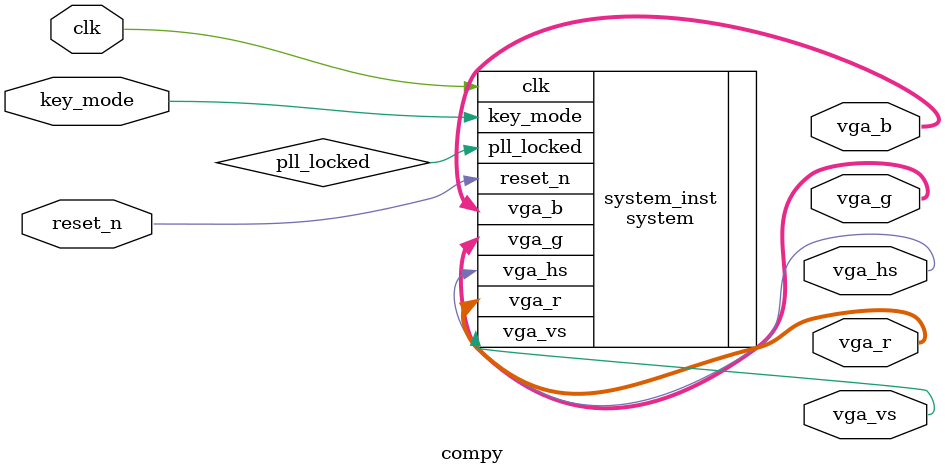
<source format=v>
`timescale 1ns / 1ps

module compy (
   input clk,
   input reset_n,
   input key_mode,
   output vga_hs,
   output vga_vs,
   output [4:0] vga_r,
   output [5:0] vga_g,
   output [4:0] vga_b
);
   
   wire pll_locked;
   
   system system_inst (
      .clk(clk),
      .reset_n(reset_n),
      .key_mode(key_mode),
      .vga_hs(vga_hs),
      .vga_vs(vga_vs),
      .vga_r(vga_r),
      .vga_g(vga_g),
      .vga_b(vga_b),
      .pll_locked(pll_locked)
   );
  
   
endmodule


</source>
